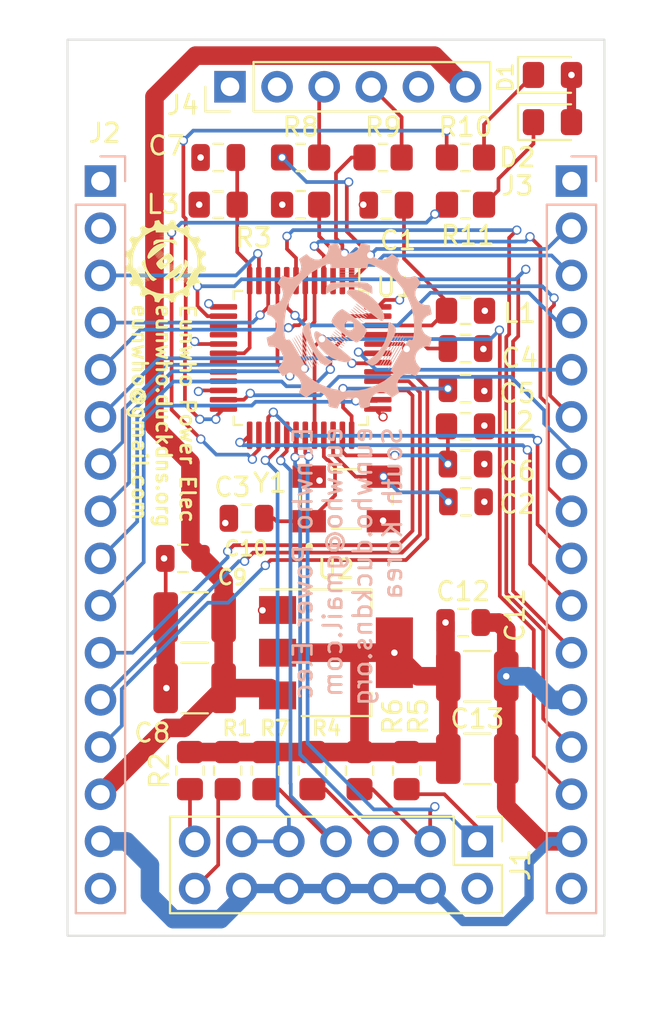
<source format=kicad_pcb>
(kicad_pcb (version 20221018) (generator pcbnew)
  (layers (0 "F.Cu" power) (1 "In1.Cu" signal "GND") (2 "In2.Cu" signal "3p3V") (31 "B.Cu" signal) (34 "B.Paste" user) (35 "F.Paste" user) (36 "B.SilkS" user "B.Silkscreen") (37 "F.SilkS" user "F.Silkscreen") (38 "B.Mask" user) (39 "F.Mask" user) (44 "Edge.Cuts" user))
  (net 0 "")
  (net 1 "GND")
  (net 2 "Net-(C1-Pad2)")
  (net 3 "Net-(U1-GPIO19_X1)")
  (net 4 "Net-(U1-GPIO18_X2)")
  (net 5 "Net-(C4-Pad2)")
  (net 6 "Net-(C5-Pad2)")
  (net 7 "Net-(C6-Pad2)")
  (net 8 "Net-(U1-VDDA)")
  (net 9 "+5V")
  (net 10 "+3.3V")
  (net 11 "Net-(D1-K)")
  (net 12 "Net-(D2-K)")
  (net 13 "TMS")
  (net 15 "TDI")
  (net 16 "Net-(J1-Pin_5)")
  (net 17 "TDO")
  (net 18 "TCK")
  (net 19 "Net-(J1-Pin_13)")
  (net 20 "Net-(J1-Pin_14)")
  (net 22 "I_Uphase")
  (net 23 "I_Vphase")
  (net 24 "VDC_sensor")
  (net 25 "PWM0_H")
  (net 26 "TEMPERATURE_IPM")
  (net 27 "ANALOG_CMD")
  (net 28 "PWM2_L")
  (net 29 "PWM2_H")
  (net 30 "PWM1_L")
  (net 31 "PWM1_H")
  (net 32 "PWM0_L")
  (net 34 "SCI_TXD")
  (net 35 "SCI_RXD")
  (net 36 "FAULT_IPM")
  (net 37 "PWM_B")
  (net 38 "PWM_A")
  (net 39 "EQEP1_INDEX")
  (net 40 "DIGITAL_CMD")
  (net 41 "RELAY_TRIP")
  (net 42 "RELAY_TRIP2")
  (net 43 "INPUT_AUX1")
  (net 44 "DIGITAL_CMD2")
  (net 45 "PILOT_LED")
  (net 48 "Net-(J4-Pin_3)")
  (net 49 "Net-(J4-Pin_4)")
  (net 50 "Net-(U1-XRSn)")
  (net 51 "Yellow")
  (net 52 "Red")
  (footprint "Connector_PinHeader_2.54mm:PinHeader_1x06_P2.54mm_Vertical" (layer "F.Cu") (at 84.455 81.28 90)
    (fp_text reference "J4")
    (fp_text value "Conn_01x06")
  )
  (footprint "Resistor_SMD:R_0805_2012Metric_Pad1.20x1.40mm_HandSolder" (layer "F.Cu") (at 91.44 118.11 90)
    (fp_text reference "R6")
    (fp_text value "10k")
  )
  (footprint "Inductor_SMD:L_0805_2012Metric_Pad1.15x1.40mm_HandSolder" (layer "F.Cu") (at 83.82 87.63)
    (fp_text reference "L3")
    (fp_text value "2A/45mohm/220ohm@100Mhz")
  )
  (footprint "Resistor_SMD:R_0805_2012Metric_Pad1.20x1.40mm_HandSolder" (layer "F.Cu") (at 84.328 118.11 -90)
    (fp_text reference "R1")
    (fp_text value "4.7k")
  )
  (footprint "Capacitor_SMD:C_0805_2012Metric" (layer "F.Cu") (at 97.155 101.6 180)
    (fp_text reference "C6")
    (fp_text value "2.2uF")
  )
  (footprint "Resistor_SMD:R_0805_2012Metric_Pad1.20x1.40mm_HandSolder" (layer "F.Cu") (at 86.36 118.11 90)
    (fp_text reference "R7")
    (fp_text value "10k")
  )
  (footprint "Capacitor_SMD:C_0805_2012Metric" (layer "F.Cu") (at 83.82 85.09)
    (fp_text reference "C7")
    (fp_text value "2.2uF")
  )
  (footprint "LED_SMD:LED_0805_2012Metric_Pad1.15x1.40mm_HandSolder" (layer "F.Cu") (at 101.845 83.185)
    (fp_text reference "D2")
    (fp_text value "LED")
  )
  (footprint "Resistor_SMD:R_0805_2012Metric_Pad1.20x1.40mm_HandSolder" (layer "F.Cu") (at 88.9 118.11 90)
    (fp_text reference "R4")
    (fp_text value "100")
  )
  (footprint "library:XTAL_ABM3B-20.000MHZ-B2-T" (layer "F.Cu") (at 90.7288 103.4796 90)
    (fp_text reference "Y1")
    (fp_text value "ABM3B-20.000MHZ-B2-T")
  )
  (footprint "Resistor_SMD:R_0805_2012Metric_Pad1.20x1.40mm_HandSolder" (layer "F.Cu") (at 82.296 118.11 90)
    (fp_text reference "R2")
    (fp_text value "4.7k")
  )
  (footprint "Capacitor_SMD:C_0805_2012Metric" (layer "F.Cu") (at 97.155 95.377 180)
    (fp_text reference "C4")
    (fp_text value "2.2uF")
  )
  (footprint "Capacitor_SMD:C_1210_3225Metric_Pad1.33x2.70mm_HandSolder" (layer "F.Cu") (at 97.79 113.03)
    (fp_text reference "C11")
    (fp_text value "22uF/10V")
  )
  (footprint "Capacitor_SMD:C_1210_3225Metric_Pad1.33x2.70mm_HandSolder" (layer "F.Cu") (at 82.55 109.855 180)
    (fp_text reference "C9")
    (fp_text value "22uF/10V")
  )
  (footprint "Capacitor_SMD:C_0805_2012Metric" (layer "F.Cu") (at 81.915 106.68)
    (fp_text reference "C10")
    (fp_text value "104")
  )
  (footprint "lib:pcbLogo5mm" (layer "F.Cu") (at 80.9498 90.678)
    (fp_text reference "G***" hide)
    (fp_text value "LOGO" hide)
  )
  (footprint "Resistor_SMD:R_0805_2012Metric_Pad1.20x1.40mm_HandSolder" (layer "F.Cu") (at 97.155 87.63)
    (fp_text reference "R11")
    (fp_text value "470")
  )
  (footprint "Capacitor_SMD:C_1210_3225Metric_Pad1.33x2.70mm_HandSolder" (layer "F.Cu") (at 82.55 113.665 180)
    (fp_text reference "C8")
    (fp_text value "22uF/10V")
  )
  (footprint "Capacitor_SMD:C_1210_3225Metric_Pad1.33x2.70mm_HandSolder" (layer "F.Cu") (at 97.79 117.475)
    (fp_text reference "C13")
    (fp_text value "22uF/10V")
  )
  (footprint "Resistor_SMD:R_0805_2012Metric_Pad1.20x1.40mm_HandSolder" (layer "F.Cu") (at 92.71 85.09)
    (fp_text reference "R9")
    (fp_text value "50")
  )
  (footprint "Inductor_SMD:L_0805_2012Metric_Pad1.15x1.40mm_HandSolder" (layer "F.Cu") (at 97.155 99.568 180)
    (fp_text reference "L2")
    (fp_text value "2A/45mohm/220ohm@100Mhz" hide)
  )
  (footprint "Capacitor_SMD:C_0805_2012Metric" (layer "F.Cu") (at 97.028 110.1344 180)
    (fp_text reference "C12")
    (fp_text value "104")
  )
  (footprint "Inductor_SMD:L_0805_2012Metric_Pad1.15x1.40mm_HandSolder" (layer "F.Cu") (at 97.155 93.345 180)
    (fp_text reference "L1")
    (fp_text value "2A/45mohm/220ohm@100Mhz" hide)
  )
  (footprint "Capacitor_SMD:C_0805_2012Metric" (layer "F.Cu") (at 92.8878 87.6554)
    (fp_text reference "C1")
    (fp_text value "2.2uF")
  )
  (footprint "Capacitor_SMD:C_0805_2012Metric" (layer "F.Cu") (at 85.344 104.521)
    (fp_text reference "C3")
    (fp_text value "15pF")
  )
  (footprint "Resistor_SMD:R_0805_2012Metric_Pad1.20x1.40mm_HandSolder" (layer "F.Cu") (at 93.98 118.11 90)
    (fp_text reference "R5")
    (fp_text value "4.7k")
  )
  (footprint "Package_TO_SOT_SMD:SOT-223-3_TabPin2" (layer "F.Cu") (at 90.17 111.76)
    (fp_text reference "U2")
    (fp_text value "LM1117MP-3.3")
  )
  (footprint "Package_QFP:LQFP-48_7x7mm_P0.5mm" (layer "F.Cu") (at 88.265 95.885 -90)
    (fp_text reference "U1")
    (fp_text value "F280021PTQR")
  )
  (footprint "Resistor_SMD:R_0805_2012Metric_Pad1.20x1.40mm_HandSolder" (layer "F.Cu") (at 88.265 87.63)
    (fp_text reference "R3")
    (fp_text value "10k")
  )
  (footprint "Resistor_SMD:R_0805_2012Metric_Pad1.20x1.40mm_HandSolder" (layer "F.Cu") (at 88.265 85.09)
    (fp_text reference "R8")
    (fp_text value "50")
  )
  (footprint "LED_SMD:LED_0805_2012Metric_Pad1.15x1.40mm_HandSolder" (layer "F.Cu") (at 101.845 80.645)
    (fp_text reference "D1")
    (fp_text value "LED")
  )
  (footprint "Capacitor_SMD:C_0805_2012Metric" (layer "F.Cu") (at 97.1804 103.632 180)
    (fp_text reference "C2")
    (fp_text value "15pF")
  )
  (footprint "Connector_PinHeader_2.54mm:PinHeader_2x07_P2.54mm_Vertical" (layer "F.Cu") (at 97.79 121.92 -90)
    (fp_text reference "J1")
    (fp_text value "Conn_02x07_Odd_Even")
  )
  (footprint "Resistor_SMD:R_0805_2012Metric_Pad1.20x1.40mm_HandSolder" (layer "F.Cu") (at 97.155 85.09)
    (fp_text reference "R10")
    (fp_text value "470")
  )
  (footprint "Capacitor_SMD:C_0805_2012Metric" (layer "F.Cu") (at 97.155 97.536 180)
    (fp_text reference "C5")
    (fp_text value "2.2uF")
  )
  (footprint "Connector_PinHeader_2.54mm:PinHeader_1x16_P2.54mm_Vertical" (layer "B.Cu") (at 102.87 86.36 180)
    (fp_text reference "J3")
    (fp_text value "Conn_01x19")
  )
  (footprint "lib:logo" (layer "B.Cu") (at 90.8812 94.1578 180)
    (fp_text reference "" hide)
    (fp_text value "" hide)
  )
  (footprint "Connector_PinHeader_2.54mm:PinHeader_1x16_P2.54mm_Vertical" (layer "B.Cu") (at 77.47 86.36 180)
    (fp_text reference "J2")
    (fp_text value "Conn_01x19")
  )
  (gr_rect (start 75.692 78.74) (end 104.648 127) (stroke (width 0.1)) (fill none) (layer "Edge.Cuts"))
  (gr_text "Eunwho Power Elec\neunwho@gmail.com\neunwho.duckdns.org\nSouth Korea" (at 93.8022 99.5172 90) (layer "B.SilkS") (effects (font (size 1 1)) (justify left bottom mirror)))
  (gr_text "Eunwho Power Elec\neunwho.duckdns.org\neunwho@gmail.com" (at 79.121 92.9132 270) (layer "F.SilkS") (effects (font (size 0.8 0.8)) (justify left bottom)))
  (segment (start 80.965 106.68) (end 80.899 106.68) (width 0.2) (layer "F.Cu") (net 1))
  (segment (start 89.0716 102.2796) (end 89.281 102.489) (width 0.2) (layer "F.Cu") (net 1))
  (segment (start 91.633 87.63) (end 91.6432 87.63) (width 0.2) (layer "F.Cu") (net 1))
  (segment (start 99.3525 117.475) (end 99.3525 120.0535) (width 1) (layer "F.Cu") (net 1))
  (segment (start 98.1304 103.632) (end 98.171 103.632) (width 0.2) (layer "F.Cu") (net 1))
  (segment (start 92.4275 95.135) (end 93.7634 95.135) (width 0.2) (layer "F.Cu") (net 1))
  (segment (start 98.105 95.3872) (end 98.1202 95.4024) (width 0.2) (layer "F.Cu") (net 1))
  (segment (start 80.9875 113.665) (end 81.026 113.665) (width 0.5) (layer "F.Cu") (net 1))
  (segment (start 82.689 95.135) (end 82.55 94.996) (width 0.2) (layer "F.Cu") (net 1))
  (segment (start 80.9875 106.7685) (end 80.9875 109.855) (width 0.2) (layer "F.Cu") (net 1))
  (segment (start 99.3525 110.5285) (end 98.9584 110.1344) (width 1) (layer "F.Cu") (net 1))
  (segment (start 83.483 93.135) (end 84.1025 93.135) (width 0.2) (layer "F.Cu") (net 1))
  (segment (start 80.9875 109.855) (end 80.9875 113.6265) (width 1) (layer "F.Cu") (net 1))
  (segment (start 92.4275 98.7775) (end 92.71 99.06) (width 0.2) (layer "F.Cu") (net 1))
  (segment (start 99.3525 113.03) (end 99.3525 110.5285) (width 1) (layer "F.Cu") (net 1))
  (segment (start 92.7288 104.6668) (end 92.71 104.648) (width 0.2) (layer "F.Cu") (net 1))
  (segment (start 98.105 97.536) (end 98.105 97.597) (width 0.2) (layer "F.Cu") (net 1))
  (segment (start 98.105 97.597) (end 98.171 97.663) (width 0.2) (layer "F.Cu") (net 1))
  (segment (start 93.7634 95.135) (end 93.9546 95.3262) (width 0.2) (layer "F.Cu") (net 1))
  (segment (start 101.219 121.92) (end 102.87 121.92) (width 1) (layer "F.Cu") (net 1))
  (segment (start 83.312 92.964) (end 83.483 93.135) (width 0.2) (layer "F.Cu") (net 1))
  (segment (start 92.7288 104.6796) (end 92.7288 104.6668) (width 0.2) (layer "F.Cu") (net 1))
  (segment (start 80.9875 113.6265) (end 81.026 113.665) (width 1) (layer "F.Cu") (net 1))
  (segment (start 92.4275 98.635) (end 92.4275 98.7775) (width 0.2) (layer "F.Cu") (net 1))
  (segment (start 98.105 95.377) (end 98.105 95.3872) (width 0.2) (layer "F.Cu") (net 1))
  (segment (start 84.14 104.775) (end 84.201 104.775) (width 0.2) (layer "F.Cu") (net 1))
  (segment (start 84.1025 95.135) (end 82.689 95.135) (width 0.2) (layer "F.Cu") (net 1))
  (segment (start 88.7288 102.2796) (end 89.0716 102.2796) (width 0.2) (layer "F.Cu") (net 1))
  (segment (start 82.7532 97.6884) (end 82.8066 97.635) (width 0.2) (layer "F.Cu") (net 1))
  (segment (start 82.8066 97.635) (end 84.1025 97.635) (width 0.2) (layer "F.Cu") (net 1))
  (segment (start 98.9584 110.1344) (end 97.978 110.1344) (width 1) (layer "F.Cu") (net 1))
  (segment (start 98.105 101.6) (end 98.171 101.6) (width 0.2) (layer "F.Cu") (net 1))
  (segment (start 99.3525 113.03) (end 99.3525 117.475) (width 1) (layer "F.Cu") (net 1))
  (segment (start 80.899 106.68) (end 80.9875 106.7685) (width 0.2) (layer "F.Cu") (net 1))
  (segment (start 99.3525 120.0535) (end 101.219 121.92) (width 1) (layer "F.Cu") (net 1))
  (via blind (at 98.1202 95.4024) (size 0.5) (drill 0.35) (layers "F.Cu" "In1.Cu") (net 1))
  (via blind (at 89.281 102.489) (size 0.5) (drill 0.35) (layers "F.Cu" "In1.Cu") (net 1))
  (via blind (at 80.899 106.68) (size 0.5) (drill 0.35) (layers "F.Cu" "In1.Cu") (net 1))
  (via blind (at 93.98 95.4024) (size 0.5) (drill 0.35) (layers "F.Cu" "In1.Cu") (net 1))
  (via blind (at 82.7532 97.6884) (size 0.5) (drill 0.35) (layers "F.Cu" "B.Cu") (net 1))
  (via (at 99.3525 113.03) (size 0.5) (drill 0.35) (layers "F.Cu" "B.Cu") (net 1))
  (via blind (at 91.6432 87.63) (size 0.5) (drill 0.35) (layers "F.Cu" "In1.Cu") (net 1))
  (via blind (at 98.171 101.6) (size 0.5) (drill 0.35) (layers "F.Cu" "In1.Cu") (net 1))
  (via blind (at 86.2076 109.474) (size 0.5) (drill 0.35) (layers "F.Cu" "In1.Cu") (net 1))
  (via blind (at 92.71 104.648) (size 0.5) (drill 0.35) (layers "F.Cu" "In1.Cu") (net 1))
  (via blind (at 82.87 85.09) (size 0.5) (drill 0.35) (layers "F.Cu" "In1.Cu") (net 1))
  (via blind (at 83.312 92.964) (size 0.5) (drill 0.35) (layers "F.Cu" "B.Cu") (net 1))
  (via blind (at 82.55 94.996) (size 0.5) (drill 0.35) (layers "F.Cu" "B.Cu") (net 1))
  (via blind (at 84.201 104.775) (size 0.5) (drill 0.35) (layers "F.Cu" "In1.Cu") (net 1))
  (via blind (at 98.171 103.632) (size 0.5) (drill 0.35) (layers "F.Cu" "In1.Cu") (net 1))
  (via blind (at 92.71 99.06) (size 0.5) (drill 0.35) (layers "F.Cu" "In1.Cu") (net 1))
  (via blind (at 98.171 97.663) (size 0.5) (drill 0.35) (layers "F.Cu" "In1.Cu") (net 1))
  (via blind (at 81.026 113.665) (size 0.5) (drill 0.35) (layers "F.Cu" "In1.Cu") (net 1))
  (segment (start 101.727 121.92) (end 102.87 121.92) (width 0.5) (layer "B.Cu") (net 1))
  (segment (start 99.314 126.238) (end 100.584 124.968) (width 0.5) (layer "B.Cu") (net 1))
  (segment (start 85.09 124.968) (end 85.09 124.46) (width 1) (layer "B.Cu") (net 1))
  (segment (start 77.47 121.92) (end 78.867 121.92) (width 1) (layer "B.Cu") (net 1))
  (segment (start 100.5332 113.03) (end 101.8032 114.3) (width 1) (layer "B.Cu") (net 1))
  (segment (start 85.09 124.46) (end 95.25 124.46) (width 0.5) (layer "B.Cu") (net 1))
  (segment (start 80.137 124.841) (end 81.407 126.111) (width 1) (layer "B.Cu") (net 1))
  (segment (start 100.584 124.968) (end 100.584 123.063) (width 0.5) (layer "B.Cu") (net 1))
  (segment (start 99.3525 113.03) (end 100.5332 113.03) (width 1) (layer "B.Cu") (net 1))
  (segment (start 97.028 126.238) (end 99.314 126.238) (width 0.5) (layer "B.Cu") (net 1))
  (segment (start 95.25 124.46) (end 97.028 126.238) (width 0.5) (layer "B.Cu") (net 1))
  (segment (start 83.947 126.111) (end 85.09 124.968) (width 1) (layer "B.Cu") (net 1))
  (segment (start 78.867 121.92) (end 80.137 123.19) (width 1) (layer "B.Cu") (net 1))
  (segment (start 101.8032 114.3) (end 102.87 114.3) (width 1) (layer "B.Cu") (net 1))
  (segment (start 81.407 126.111) (end 83.947 126.111) (width 1) (layer "B.Cu") (net 1))
  (segment (start 80.137 123.19) (end 80.137 124.841) (width 1) (layer "B.Cu") (net 1))
  (segment (start 100.584 123.063) (end 101.727 121.92) (width 0.5) (layer "B.Cu") (net 1))
  (segment (start 96.13 93.345) (end 96.13 92.828) (width 0.2) (layer "F.Cu") (net 2))
  (segment (start 93.8378 90.5358) (end 93.8378 87.6554) (width 0.2) (layer "F.Cu") (net 2))
  (segment (start 95.34 94.135) (end 96.13 93.345) (width 0.2) (layer "F.Cu") (net 2))
  (segment (start 92.4275 94.135) (end 95.34 94.135) (width 0.2) (layer "F.Cu") (net 2))
  (segment (start 96.13 92.828) (end 93.8378 90.5358) (width 0.2) (layer "F.Cu") (net 2))
  (segment (start 90.015 100.0475) (end 90.015 101.064) (width 0.2) (layer "F.Cu") (net 3))
  (segment (start 91.2306 102.2796) (end 92.7288 102.2796) (width 0.2) (layer "F.Cu") (net 3))
  (segment (start 90.015 101.064) (end 91.2306 102.2796) (width 0.2) (layer "F.Cu") (net 3))
  (via (at 96.2304 103.632) (size 0.5) (drill 0.35) (layers "F.Cu" "B.Cu") (net 3))
  (via (at 92.7288 102.2796) (size 0.5) (drill 0.35) (layers "F.Cu" "B.Cu") (net 3))
  (segment (start 93.5732 103.124) (end 95.7224 103.124) (width 0.2) (layer "B.Cu") (net 3))
  (segment (start 95.7224 103.124) (end 96.2304 103.632) (width 0.2) (layer "B.Cu") (net 3))
  (segment (start 92.7288 102.2796) (end 93.5732 103.124) (width 0.2) (layer "B.Cu") (net 3))
  (segment (start 89.515 100.0475) (end 89.515 101.199) (width 0.2) (layer "F.Cu") (net 4))
  (segment (start 86.9634 104.6796) (end 86.8048 104.521) (width 0.2) (layer "F.Cu") (net 4))
  (segment (start 89.515 101.199) (end 89.6956 101.3796) (width 0.2) (layer "F.Cu") (net 4))
  (segment (start 90.1192 103.2892) (end 88.7288 104.6796) (width 0.2) (layer "F.Cu") (net 4))
  (segment (start 90.1192 101.745736) (end 90.1192 103.2892) (width 0.2) (layer "F.Cu") (net 4))
  (segment (start 89.6956 101.3796) (end 89.753064 101.3796) (width 0.2) (layer "F.Cu") (net 4))
  (segment (start 89.753064 101.3796) (end 90.1192 101.745736) (width 0.2) (layer "F.Cu") (net 4))
  (segment (start 86.8048 104.521) (end 86.294 104.521) (width 0.2) (layer "F.Cu") (net 4))
  (segment (start 86.9634 104.6796) (end 88.7288 104.6796) (width 0.2) (layer "F.Cu") (net 4))
  (segment (start 94.381 94.635) (end 95.123 95.377) (width 0.2) (layer "F.Cu") (net 5))
  (segment (start 95.123 95.377) (end 96.205 95.377) (width 0.2) (layer "F.Cu") (net 5))
  (segment (start 92.4275 94.635) (end 94.381 94.635) (width 0.2) (layer "F.Cu") (net 5))
  (segment (start 90.551 98.552) (end 90.551 97.536) (width 0.2) (layer "F.Cu") (net 6))
  (segment (start 91.015 99.016) (end 90.678 98.679) (width 0.2) (layer "F.Cu") (net 6))
  (segment (start 90.678 98.679) (end 90.551 98.552) (width 0.2) (layer "F.Cu") (net 6))
  (segment (start 91.015 100.0475) (end 91.015 99.016) (width 0.2) (layer "F.Cu") (net 6))
  (via (at 90.551 97.536) (size 0.5) (drill 0.35) (layers "F.Cu" "B.Cu") (net 6))
  (via (at 96.205 97.536) (size 0.5) (drill 0.35) (layers "F.Cu" "B.Cu") (net 6))
  (segment (start 90.551 97.536) (end 96.205 97.536) (width 0.2) (layer "B.Cu") (net 6))
  (segment (start 96.205 101.6) (end 96.205 99.643) (width 0.2) (layer "F.Cu") (net 7))
  (segment (start 90.515 100.0475) (end 90.515 100.929) (width 0.2) (layer "F.Cu") (net 7))
  (segment (start 96.205 99.643) (end 96.13 99.568) (width 0.2) (layer "F.Cu") (net 7))
  (segment (start 90.515 100.929) (end 90.7195 101.1335) (width 0.2) (layer "F.Cu") (net 7))
  (segment (start 90.7195 101.1335) (end 93.345 101.1335) (width 0.2) (layer "F.Cu") (net 7))
  (via (at 96.205 101.6) (size 0.5) (drill 0.35) (layers "F.Cu" "B.Cu") (net 7))
  (via (at 93.345 101.1335) (size 0.5) (drill 0.35) (layers "F.Cu" "B.Cu") (net 7))
  (segment (start 95.7385 101.1335) (end 96.205 101.6) (width 0.2) (layer "B.Cu") (net 7))
  (segment (start 93.345 101.1335) (end 95.7385 101.1335) (width 0.2) (layer "B.Cu") (net 7))
  (segment (start 85.515 95.333) (end 85.515 91.7225) (width 0.2) (layer "F.Cu") (net 8))
  (segment (start 85.213 95.635) (end 85.515 95.333) (width 0.2) (layer "F.Cu") (net 8))
  (segment (start 84.845 85.165) (end 84.77 85.09) (width 0.2) (layer "F.Cu") (net 8))
  (segment (start 84.845 87.63) (end 84.845 85.165) (width 0.2) (layer "F.Cu") (net 8))
  (segment (start 85.515 90.849) (end 84.845 90.179) (width 0.2) (layer "F.Cu") (net 8))
  (segment (start 84.1025 95.635) (end 85.213 95.635) (width 0.2) (layer "F.Cu") (net 8))
  (segment (start 85.515 91.7225) (end 85.515 90.849) (width 0.2) (layer "F.Cu") (net 8))
  (segment (start 84.845 90.179) (end 84.845 87.63) (width 0.2) (layer "F.Cu") (net 8))
  (segment (start 82.865 106.68) (end 82.931 106.68) (width 0.2) (layer "F.Cu") (net 9))
  (segment (start 82.6008 79.6036) (end 95.4786 79.6036) (width 1) (layer "F.Cu") (net 9))
  (segment (start 95.4786 79.6036) (end 97.155 81.28) (width 1) (layer "F.Cu") (net 9))
  (segment (start 80.3804 99.5828) (end 80.3804 81.824) (width 1) (layer "F.Cu") (net 9))
  (segment (start 82.3214 101.5238) (end 80.3804 99.5828) (width 1) (layer "F.Cu") (net 9))
  (segment (start 84.1125 107.9275) (end 83.4568 107.2718) (width 1) (layer "F.Cu") (net 9))
  (segment (start 84.1125 109.855) (end 84.1125 113.665) (width 1) (layer "F.Cu") (net 9))
  (segment (start 81.9675 115.81) (end 84.1125 113.665) (width 1) (layer "F.Cu") (net 9))
  (segment (start 81.04 115.81) (end 81.9675 115.81) (width 1) (layer "F.Cu") (net 9))
  (segment (start 84.1125 109.855) (end 84.1125 107.9275) (width 1) (layer "F.Cu") (net 9))
  (segment (start 82.3214 106.038606) (end 82.3214 101.5238) (width 1) (layer "F.Cu") (net 9))
  (segment (start 83.4568 107.2718) (end 82.865 106.68) (width 1) (layer "F.Cu") (net 9))
  (segment (start 80.3804 81.824) (end 82.6008 79.6036) (width 1) (layer "F.Cu") (net 9))
  (segment (start 83.4568 107.2718) (end 83.4568 107.174006) (width 1) (layer "F.Cu") (net 9))
  (segment (start 77.47 119.38) (end 81.04 115.81) (width 1) (layer "F.Cu") (net 9))
  (segment (start 83.4568 107.174006) (end 82.3214 106.038606) (width 1) (layer "F.Cu") (net 9))
  (segment (start 86.625 113.665) (end 87.02 114.06) (width 1) (layer "F.Cu") (net 9))
  (segment (start 84.1125 113.665) (end 86.625 113.665) (width 1) (layer "F.Cu") (net 9))
  (segment (start 98.18 93.345) (end 98.1964 93.345) (width 0.2) (layer "F.Cu") (net 10))
  (segment (start 98.18 99.568) (end 98.18 99.5355) (width 0.2) (layer "F.Cu") (net 10))
  (segment (start 96.078 112.8805) (end 96.2275 113.03) (width 1) (layer "F.Cu") (net 10))
  (segment (start 86.36 117.11) (end 91.44 117.11) (width 1) (layer "F.Cu") (net 10))
  (segment (start 94.59 113.03) (end 96.2275 113.03) (width 1) (layer "F.Cu") (net 10))
  (segment (start 95.8625 117.11) (end 96.2275 117.475) (width 1) (layer "F.Cu") (net 10))
  (segment (start 91.44 117.11) (end 91.44 111.76) (width 1) (layer "F.Cu") (net 10))
  (segment (start 82.8294 87.63) (end 82.795 87.63) (width 0.2) (layer "F.Cu") (net 10))
  (segment (start 87.265 87.63) (end 87.2744 87.63) (width 0.2) (layer "F.Cu") (net 10))
  (segment (start 98.18 99.5355) (end 98.171 99.5265) (width 0.2) (layer "F.Cu") (net 10))
  (segment (start 102.87 83.185) (end 102.87 80.645) (width 0.5) (layer "F.Cu") (net 10))
  (segment (start 93.98 117.11) (end 95.8625 117.11) (width 1) (layer "F.Cu") (net 10))
  (segment (start 82.296 117.11) (end 86.36 117.11) (width 1) (layer "F.Cu") (net 10))
  (segment (start 96.078 110.1344) (end 96.078 112.8805) (width 1) (layer "F.Cu") (net 10))
  (segment (start 91.44 117.11) (end 93.98 117.11) (width 1) (layer "F.Cu") (net 10))
  (segment (start 93.32 111.76) (end 94.59 113.03) (width 1) (layer "F.Cu") (net 10))
  (segment (start 96.2275 117.475) (end 96.2275 113.03) (width 1) (layer "F.Cu") (net 10))
  (segment (start 93.32 111.76) (end 91.44 111.76) (width 1) (layer "F.Cu") (net 10))
  (segment (start 91.44 111.76) (end 87.02 111.76) (width 1) (layer "F.Cu") (net 10))
  (via blind (at 82.795 87.63) (size 0.5) (drill 0.35) (layers "F.Cu" "In2.Cu") (net 10))
  (via blind (at 96.078 110.1344) (size 0.5) (drill 0.35) (layers "F.Cu" "In2.Cu") (net 10))
  (via blind (at 93.32 111.76) (size 0.5) (drill 0.35) (layers "F.Cu" "In2.Cu") (net 10))
  (via blind (at 87.2744 87.63) (size 0.5) (drill 0.35) (layers "F.Cu" "In2.Cu") (net 10))
  (via blind (at 98.171 99.5265) (size 0.5) (drill 0.35) (layers "F.Cu" "In2.Cu") (net 10))
  (via blind (at 102.87 80.645) (size 0.5) (drill 0.35) (layers "F.Cu" "In2.Cu") (net 10))
  (via blind (at 98.1964 93.345) (size 0.5) (drill 0.35) (layers "F.Cu" "In2.Cu") (net 10))
  (segment (start 98.155 83.31) (end 100.82 80.645) (width 0.2) (layer "F.Cu") (net 11))
  (segment (start 98.155 85.09) (end 98.155 83.31) (width 0.2) (layer "F.Cu") (net 11))
  (segment (start 100.82 84.346) (end 100.82 83.185) (width 0.2) (layer "F.Cu") (net 12))
  (segment (start 98.933 86.852) (end 98.933 86.233) (width 0.2) (layer "F.Cu") (net 12))
  (segment (start 98.933 86.233) (end 100.82 84.346) (width 0.2) (layer "F.Cu") (net 12))
  (segment (start 98.155 87.63) (end 98.933 86.852) (width 0.2) (layer "F.Cu") (net 12))
  (segment (start 96.012 119.38) (end 97.79 121.158) (width 0.2) (layer "F.Cu") (net 13))
  (segment (start 94.25 119.38) (end 96.012 119.38) (width 0.2) (layer "F.Cu") (net 13))
  (segment (start 88.015 100.0475) (end 88.015 101.180021) (width 0.2) (layer "F.Cu") (net 13))
  (segment (start 93.98 119.11) (end 94.25 119.38) (width 0.2) (layer "F.Cu") (net 13))
  (segment (start 97.79 121.158) (end 97.79 121.92) (width 0.2) (layer "F.Cu") (net 13))
  (segment (start 88.015 101.180021) (end 87.964921 101.2301) (width 0.2) (layer "F.Cu") (net 13))
  (via (at 87.964921 101.2301) (size 0.5) (drill 0.35) (layers "F.Cu" "B.Cu") (net 13))
  (segment (start 88.2396 101.897914) (end 88.2396 117.2464) (width 0.2) (layer "B.Cu") (net 13))
  (segment (start 96.3676 120.6246) (end 97.663 121.92) (width 0.2) (layer "B.Cu") (net 13))
  (segment (start 88.2396 117.2464) (end 91.5924 120.5992) (width 0.2) (layer "B.Cu") (net 13))
  (segment (start 87.964921 101.2301) (end 87.964921 101.623235) (width 0.2) (layer "B.Cu") (net 13))
  (segment (start 97.663 121.92) (end 97.79 121.92) (width 0.2) (layer "B.Cu") (net 13))
  (segment (start 96.3676 120.5992) (end 96.3676 120.6246) (width 0.2) (layer "B.Cu") (net 13))
  (segment (start 87.964921 101.623235) (end 88.2396 101.897914) (width 0.2) (layer "B.Cu") (net 13))
  (segment (start 91.5924 120.5992) (end 96.3676 120.5992) (width 0.2) (layer "B.Cu") (net 13))
  (segment (start 94.95 121.92) (end 95.25 121.92) (width 0.2) (layer "F.Cu") (net 15))
  (segment (start 88.515 101.0118) (end 88.6968 101.1936) (width 0.2) (layer "F.Cu") (net 15))
  (segment (start 92.14 119.11) (end 94.95 121.92) (width 0.2) (layer "F.Cu") (net 15))
  (segment (start 95.504 120.0497) (end 95.25 120.3037) (width 0.2) (layer "F.Cu") (net 15))
  (segment (start 91.44 119.11) (end 92.14 119.11) (width 0.2) (layer "F.Cu") (net 15))
  (segment (start 95.25 120.3037) (end 95.25 121.92) (width 0.2) (layer "F.Cu") (net 15))
  (segment (start 88.515 100.0475) (end 88.515 101.0118) (width 0.2) (layer "F.Cu") (net 15))
  (via (at 95.504 120.0497) (size 0.5) (drill 0.35) (layers "F.Cu" "B.Cu") (net 15))
  (via (at 88.6968 101.1936) (size 0.5) (drill 0.35) (layers "F.Cu" "B.Cu") (net 15))
  (segment (start 92.2084 120.1992) (end 88.6396 116.6304) (width 0.2) (layer "B.Cu") (net 15))
  (segment (start 95.3545 120.1992) (end 92.2084 120.1992) (width 0.2) (layer "B.Cu") (net 15))
  (segment (start 88.6396 101.2508) (end 88.6968 101.1936) (width 0.2) (layer "B.Cu") (net 15))
  (segment (start 95.504 120.0497) (end 95.3545 120.1992) (width 0.2) (layer "B.Cu") (net 15))
  (segment (start 88.6396 116.6304) (end 88.6396 101.2508) (width 0.2) (layer "B.Cu") (net 15))
  (segment (start 89.6 119.11) (end 92.41 121.92) (width 0.2) (layer "F.Cu") (net 16))
  (segment (start 92.41 121.92) (end 92.71 121.92) (width 0.2) (layer "F.Cu") (net 16))
  (segment (start 88.9 119.11) (end 89.6 119.11) (width 0.2) (layer "F.Cu") (net 16))
  (segment (start 87.515 100.910382) (end 87.515 100.0475) (width 0.2) (layer "F.Cu") (net 17))
  (segment (start 87.106 119.11) (end 89.916 121.92) (width 0.2) (layer "F.Cu") (net 17))
  (segment (start 87.191721 101.415721) (end 87.191721 101.233661) (width 0.2) (layer "F.Cu") (net 17))
  (segment (start 86.36 119.11) (end 87.106 119.11) (width 0.2) (layer "F.Cu") (net 17))
  (segment (start 87.191721 101.233661) (end 87.515 100.910382) (width 0.2) (layer "F.Cu") (net 17))
  (segment (start 89.916 121.92) (end 90.17 121.92) (width 0.2) (layer "F.Cu") (net 17))
  (via (at 87.191721 101.415721) (size 0.5) (drill 0.35) (layers "F.Cu" "B.Cu") (net 17))
  (segment (start 87.717486 118.807086) (end 87.7316 118.8212) (width 0.2) (layer "B.Cu") (net 17))
  (segment (start 87.7316 119.4816) (end 90.17 121.92) (width 0.2) (layer "B.Cu") (net 17))
  (segment (start 87.191721 101.415721) (end 87.717486 101.941486) (width 0.2) (layer "B.Cu") (net 17))
  (segment (start 87.717486 101.941486) (end 87.717486 118.807086) (width 0.2) (layer "B.Cu") (net 17))
  (segment (start 87.7316 118.8212) (end 87.7316 119.4816) (width 0.2) (layer "B.Cu") (net 17))
  (segment (start 86.43353 101.3968) (end 87.015 100.81533) (width 0.2) (layer "F.Cu") (net 18))
  (segment (start 87.015 100.81533) (end 87.015 100.0475) (width 0.2) (layer "F.Cu") (net 18))
  (segment (start 86.36 101.3968) (end 86.43353 101.3968) (width 0.2) (layer "F.Cu") (net 18))
  (via (at 86.36 101.3968) (size 0.5) (drill 0.35) (layers "F.Cu" "B.Cu") (net 18))
  (segment (start 87.0204 119.9896) (end 87.63 120.5992) (width 0.2) (layer "B.Cu") (net 18))
  (segment (start 87.0204 102.0572) (end 87.0204 119.9896) (width 0.2) (layer "B.Cu") (net 18))
  (segment (start 87.63 120.5992) (end 87.63 121.92) (width 0.2) (layer "B.Cu") (net 18))
  (segment (start 85.09 121.92) (end 87.63 121.92) (width 0.2) (layer "B.Cu") (net 18))
  (segment (start 86.36 101.3968) (end 87.0204 102.0572) (width 0.2) (layer "B.Cu") (net 18))
  (segment (start 82.296 121.666) (end 82.55 121.92) (width 0.2) (layer "F.Cu") (net 19))
  (segment (start 82.296 119.11) (end 82.296 121.666) (width 0.2) (layer "F.Cu") (net 19))
  (segment (start 82.55 124.46) (end 83.82 123.19) (width 0.2) (layer "F.Cu") (net 20))
  (segment (start 83.82 123.19) (end 83.82 119.618) (width 0.2) (layer "F.Cu") (net 20))
  (segment (start 83.82 119.618) (end 84.328 119.11) (width 0.2) (layer "F.Cu") (net 20))
  (segment (start 86.015 90.333) (end 86.015 91.7225) (width 0.2) (layer "F.Cu") (net 22))
  (segment (start 85.9536 90.2716) (end 86.015 90.333) (width 0.2) (layer "F.Cu") (net 22))
  (via (at 85.9536 90.2716) (size 0.5) (drill 0.35) (layers "F.Cu" "B.Cu") (net 22))
  (segment (start 84.7852 91.44) (end 85.9536 90.2716) (width 0.2) (layer "B.Cu") (net 22))
  (segment (start 77.47 91.44) (end 84.7852 91.44) (width 0.2) (layer "B.Cu") (net 22))
  (segment (start 86.0806 93.5736) (end 86.515 93.1392) (width 0.2) (layer "F.Cu") (net 23))
  (segment (start 86.515 93.1392) (end 86.515 91.7225) (width 0.2) (layer "F.Cu") (net 23))
  (via (at 86.0806 93.5736) (size 0.5) (drill 0.35) (layers "F.Cu" "B.Cu") (net 23))
  (segment (start 85.6742 93.98) (end 77.47 93.98) (width 0.2) (layer "B.Cu") (net 23))
  (segment (start 86.0806 93.5736) (end 85.6742 93.98) (width 0.2) (layer "B.Cu") (net 23))
  (segment (start 87.9178 94.124) (end 88.177663 94.124) (width 0.2) (layer "F.Cu") (net 24))
  (segment (start 87.6046 94.2594) (end 87.7824 94.2594) (width 0.2) (layer "F.Cu") (net 24))
  (segment (start 87.7824 94.2594) (end 87.9178 94.124) (width 0.2) (layer "F.Cu") (net 24))
  (segment (start 88.177663 94.124) (end 88.515 93.786663) (width 0.2) (layer "F.Cu") (net 24))
  (segment (start 88.515 93.786663) (end 88.515 91.7225) (width 0.2) (layer "F.Cu") (net 24))
  (via (at 87.6046 94.2594) (size 0.5) (drill 0.35) (layers "F.Cu" "B.Cu") (net 24))
  (segment (start 79.629 94.361) (end 77.47 96.52) (width 0.2) (layer "B.Cu") (net 24))
  (segment (start 87.6046 94.2594) (end 87.503 94.361) (width 0.2) (layer "B.Cu") (net 24))
  (segment (start 87.503 94.361) (end 79.629 94.361) (width 0.2) (layer "B.Cu") (net 24))
  (segment (start 91.028985 96.172287) (end 92.390213 96.172287) (width 0.2) (layer "F.Cu") (net 25))
  (segment (start 92.390213 96.172287) (end 92.4275 96.135) (width 0.2) (layer "F.Cu") (net 25))
  (via (at 91.028985 96.172287) (size 0.5) (drill 0.35) (layers "F.Cu" "B.Cu") (net 25))
  (segment (start 80.6252 95.9048) (end 90.761498 95.9048) (width 0.2) (layer "B.Cu") (net 25))
  (segment (start 90.761498 95.9048) (end 91.028985 96.172287) (width 0.2) (layer "B.Cu") (net 25))
  (segment (start 77.47 99.06) (end 80.6252 95.9048) (width 0.2) (layer "B.Cu") (net 25))
  (segment (start 88.4682 96.4438) (end 88.4682 94.488) (width 0.2) (layer "F.Cu") (net 26))
  (segment (start 88.4682 94.488) (end 89.015 93.9412) (width 0.2) (layer "F.Cu") (net 26))
  (segment (start 89.015 93.9412) (end 89.015 91.7225) (width 0.2) (layer "F.Cu") (net 26))
  (via (at 88.4682 96.4438) (size 0.5) (drill 0.35) (layers "F.Cu" "B.Cu") (net 26))
  (segment (start 88.2792 96.2548) (end 81.1134 96.2548) (width 0.2) (layer "B.Cu") (net 26))
  (segment (start 88.4682 96.4438) (end 88.2792 96.2548) (width 0.2) (layer "B.Cu") (net 26))
  (segment (start 81.1134 96.2548) (end 78.6638 98.7044) (width 0.2) (layer "B.Cu") (net 26))
  (segment (start 78.6638 98.7044) (end 78.6638 100.4062) (width 0.2) (layer "B.Cu") (net 26))
  (segment (start 78.6638 100.4062) (end 77.47 101.6) (width 0.2) (layer "B.Cu") (net 26))
  (segment (start 87.015 96.1844) (end 87.015 91.7225) (width 0.2) (layer "F.Cu") (net 27))
  (segment (start 87.6808 96.8502) (end 87.015 96.1844) (width 0.2) (layer "F.Cu") (net 27))
  (via (at 87.6808 96.8502) (size 0.5) (drill 0.35) (layers "F.Cu" "B.Cu") (net 27))
  (segment (start 79.0138 98.9386) (end 79.0138 102.5962) (width 0.2) (layer "B.Cu") (net 27))
  (segment (start 87.6808 96.8502) (end 87.4354 96.6048) (width 0.2) (layer "B.Cu") (net 27))
  (segment (start 81.3476 96.6048) (end 79.0138 98.9386) (width 0.2) (layer "B.Cu") (net 27))
  (segment (start 87.4354 96.6048) (end 81.3476 96.6048) (width 0.2) (layer "B.Cu") (net 27))
  (segment (start 79.0138 102.5962) (end 77.47 104.14) (width 0.2) (layer "B.Cu") (net 27))
  (segment (start 89.8652 95.5548) (end 90.5764 94.8436) (width 0.2) (layer "F.Cu") (net 28))
  (segment (start 90.5764 94.8436) (end 90.5764 93.98) (width 0.2) (layer "F.Cu") (net 28))
  (segment (start 89.8652 96.4946) (end 89.8652 95.5548) (width 0.2) (layer "F.Cu") (net 28))
  (segment (start 90.5764 93.98) (end 90.9214 93.635) (width 0.2) (layer "F.Cu") (net 28))
  (segment (start 90.9214 93.635) (end 92.4275 93.635) (width 0.2) (layer "F.Cu") (net 28))
  (via (at 89.8652 96.4946) (size 0.5) (drill 0.35) (layers "F.Cu" "B.Cu") (net 28))
  (segment (start 79.4512 99.1108) (end 81.407 97.155) (width 0.2) (layer "B.Cu") (net 28))
  (segment (start 81.407 97.155) (end 87.243137 97.155) (width 0.2) (layer "B.Cu") (net 28))
  (segment (start 79.4512 104.6988) (end 79.4512 99.1108) (width 0.2) (layer "B.Cu") (net 28))
  (segment (start 77.47 106.68) (end 79.4512 104.6988) (width 0.2) (layer "B.Cu") (net 28))
  (segment (start 87.497137 97.409) (end 88.9508 97.409) (width 0.2) (layer "B.Cu") (net 28))
  (segment (start 87.243137 97.155) (end 87.497137 97.409) (width 0.2) (layer "B.Cu") (net 28))
  (segment (start 88.9508 97.409) (end 89.8652 96.4946) (width 0.2) (layer "B.Cu") (net 28))
  (segment (start 91.2368 98.1964) (end 92.3661 98.1964) (width 0.2) (layer "F.Cu") (net 29))
  (segment (start 92.3661 98.1964) (end 92.4275 98.135) (width 0.2) (layer "F.Cu") (net 29))
  (via (at 91.2368 98.1964) (size 0.5) (drill 0.35) (layers "F.Cu" "B.Cu") (net 29))
  (segment (start 79.8012 106.8888) (end 79.8012 99.255774) (width 0.2) (layer "B.Cu") (net 29))
  (segment (start 77.47 109.22) (end 79.8012 106.8888) (width 0.2) (layer "B.Cu") (net 29))
  (segment (start 80.606574 98.4504) (end 85.629263 98.4504) (width 0.2) (layer "B.Cu") (net 29))
  (segment (start 91.1888 98.2444) (end 91.2368 98.1964) (width 0.2) (layer "B.Cu") (net 29))
  (segment (start 85.629263 98.4504) (end 85.835263 98.2444) (width 0.2) (layer "B.Cu") (net 29))
  (segment (start 85.835263 98.2444) (end 91.1888 98.2444) (width 0.2) (layer "B.Cu") (net 29))
  (segment (start 79.8012 99.255774) (end 80.606574 98.4504) (width 0.2) (layer "B.Cu") (net 29))
  (segment (start 94.2976 97.911286) (end 94.021314 97.635) (width 0.2) (layer "F.Cu") (net 30))
  (segment (start 94.2976 105.194) (end 94.2976 97.911286) (width 0.2) (layer "F.Cu") (net 30))
  (segment (start 93.5228 105.9688) (end 94.2976 105.194) (width 0.2) (layer "F.Cu") (net 30))
  (segment (start 94.021314 97.635) (end 92.4275 97.635) (width 0.2) (layer "F.Cu") (net 30))
  (segment (start 84.6582 105.9688) (end 93.5228 105.9688) (width 0.2) (layer "F.Cu") (net 30))
  (segment (start 84.328 106.299) (end 84.6582 105.9688) (width 0.2) (layer "F.Cu") (net 30))
  (via (at 84.328 106.299) (size 0.5) (drill 0.35) (layers "F.Cu" "B.Cu") (net 30))
  (segment (start 79.1972 111.76) (end 77.47 111.76) (width 0.2) (layer "B.Cu") (net 30))
  (segment (start 84.328 106.6292) (end 79.1972 111.76) (width 0.2) (layer "B.Cu") (net 30))
  (segment (start 84.328 106.299) (end 84.328 106.6292) (width 0.2) (layer "B.Cu") (net 30))
  (segment (start 94.6976 105.4036) (end 94.6976 97.7456) (width 0.2) (layer "F.Cu") (net 31))
  (segment (start 94.6976 97.7456) (end 94.087 97.135) (width 0.2) (layer "F.Cu") (net 31))
  (segment (start 94.087 97.135) (end 92.4275 97.135) (width 0.2) (layer "F.Cu") (net 31))
  (segment (start 93.7324 106.3688) (end 94.6976 105.4036) (width 0.2) (layer "F.Cu") (net 31))
  (segment (start 85.2424 106.8324) (end 85.706 106.3688) (width 0.2) (layer "F.Cu") (net 31))
  (segment (start 85.706 106.3688) (end 93.7324 106.3688) (width 0.2) (layer "F.Cu") (net 31))
  (via (at 85.2424 106.8324) (size 0.5) (drill 0.35) (layers "F.Cu" "B.Cu") (net 31))
  (segment (start 84.9376 106.8324) (end 77.47 114.3) (width 0.2) (layer "B.Cu") (net 31))
  (segment (start 85.2424 106.8324) (end 84.9376 106.8324) (width 0.2) (layer "B.Cu") (net 31))
  (segment (start 86.36 107.061) (end 86.6522 106.7688) (width 0.2) (layer "F.Cu") (net 32))
  (segment (start 86.6522 106.7688) (end 93.942 106.7688) (width 0.2) (layer "F.Cu") (net 32))
  (segment (start 93.942 106.7688) (end 95.0976 105.6132) (width 0.2) (layer "F.Cu") (net 32))
  (segment (start 95.0976 97.5106) (end 94.222 96.635) (width 0.2) (layer "F.Cu") (net 32))
  (segment (start 95.0976 105.6132) (end 95.0976 97.5106) (width 0.2) (layer "F.Cu") (net 32))
  (segment (start 94.222 96.635) (end 92.4275 96.635) (width 0.2) (layer "F.Cu") (net 32))
  (via (at 86.36 107.061) (size 0.5) (drill 0.35) (layers "F.Cu" "B.Cu") (net 32))
  (segment (start 84.3534 109.0676) (end 83.268086 109.0676) (width 0.2) (layer "B.Cu") (net 32))
  (segment (start 78.62 113.715686) (end 78.62 115.69) (width 0.2) (layer "B.Cu") (net 32))
  (segment (start 78.62 115.69) (end 77.47 116.84) (width 0.2) (layer "B.Cu") (net 32))
  (segment (start 83.268086 109.0676) (end 78.62 113.715686) (width 0.2) (layer "B.Cu") (net 32))
  (segment (start 86.36 107.061) (end 84.3534 109.0676) (width 0.2) (layer "B.Cu") (net 32))
  (segment (start 90.7542 89.0778) (end 90.7542 86.5124) (width 0.2) (layer "F.Cu") (net 34))
  (segment (start 90.7542 86.5124) (end 90.8558 86.4108) (width 0.2) (layer "F.Cu") (net 34))
  (segment (start 92.0242 90.3478) (end 90.7542 89.0778) (width 0.2) (layer "F.Cu") (net 34))
  (segment (start 92.0242 90.7133) (end 91.015 91.7225) (width 0.2) (layer "F.Cu") (net 34))
  (segment (start 92.0242 90.3478) (end 92.0242 90.7133) (width 0.2) (layer "F.Cu") (net 34))
  (via (at 90.8558 86.4108) (size 0.5) (drill 0.35) (layers "F.Cu" "B.Cu") (net 34))
  (via (at 87.265 85.09) (size 0.5) (drill 0.35) (layers "F.Cu" "B.Cu") (net 34))
  (via (at 92.0242 90.3478) (size 0.5) (drill 0.35) (layers "F.Cu" "B.Cu") (net 34))
  (segment (start 92.3544 90.0176) (end 101.5492 90.0176) (width 0.2) (layer "B.Cu") (net 34))
  (segment (start 101.5492 90.0176) (end 102.6668 88.9) (width 0.2) (layer "B.Cu") (net 34))
  (segment (start 90.8558 86.4108) (end 88.5858 86.4108) (width 0.2) (layer "B.Cu") (net 34))
  (segment (start 88.5858 86.4108) (end 87.265 85.09) (width 0.2) (layer "B.Cu") (net 34))
  (segment (start 102.6668 88.9) (end 102.87 88.9) (width 0.2) (layer "B.Cu") (net 34))
  (segment (start 92.0242 90.3478) (end 92.3544 90.0176) (width 0.2) (layer "B.Cu") (net 34))
  (segment (start 91.0082 85.09) (end 90.17 85.9282) (width 0.2) (layer "F.Cu") (net 35))
  (segment (start 90.17 85.9282) (end 90.17 89.445774) (width 0.2) (layer "F.Cu") (net 35))
  (segment (start 91.71 85.09) (end 91.0082 85.09) (width 0.2) (layer "F.Cu") (net 35))
  (segment (start 90.17 89.445774) (end 90.515 89.790774) (width 0.2) (layer "F.Cu") (net 35))
  (segment (start 90.515 89.790774) (end 90.515 91.7225) (width 0.2) (layer "F.Cu") (net 35))
  (via (at 90.6272 90.2462) (size 0.5) (drill 0.35) (layers "F.Cu" "B.Cu") (net 35))
  (segment (start 101.7976 90.3676) (end 102.87 91.44) (width 0.2) (layer "B.Cu") (net 35))
  (segment (start 90.853834 90.424378) (end 91.260612 90.0176) (width 0.2) (layer "B.Cu") (net 35))
  (segment (start 92.241663 90.8728) (end 92.746863 90.3676) (width 0.2) (layer "B.Cu") (net 35))
  (segment (start 92.746863 90.3676) (end 101.7976 90.3676) (width 0.2) (layer "B.Cu") (net 35))
  (segment (start 91.260612 90.326675) (end 91.806737 90.8728) (width 0.2) (layer "B.Cu") (net 35))
  (segment (start 91.260612 90.0176) (end 91.260612 90.326675) (width 0.2) (layer "B.Cu") (net 35))
  (segment (start 91.806737 90.8728) (end 92.241663 90.8728) (width 0.2) (layer "B.Cu") (net 35))
  (segment (start 87.515 93.1538) (end 87.515 91.7225) (width 0.2) (layer "F.Cu") (net 36))
  (segment (start 87.9602 93.599) (end 87.515 93.1538) (width 0.2) (layer "F.Cu") (net 36))
  (via (at 87.9602 93.599) (size 0.5) (drill 0.35) (layers "F.Cu" "B.Cu") (net 36))
  (segment (start 93.503263 94.1324) (end 95.261463 92.3742) (width 0.2) (layer "B.Cu") (net 36))
  (segment (start 87.9602 93.599) (end 88.4936 94.1324) (width 0.2) (layer "B.Cu") (net 36))
  (segment (start 102.178337 93.98) (end 102.87 93.98) (width 0.2) (layer "B.Cu") (net 36))
  (segment (start 88.4936 94.1324) (end 93.503263 94.1324) (width 0.2) (layer "B.Cu") (net 36))
  (segment (start 95.261463 92.3742) (end 100.572537 92.3742) (width 0.2) (layer "B.Cu") (net 36))
  (segment (start 100.572537 92.3742) (end 102.178337 93.98) (width 0.2) (layer "B.Cu") (net 36))
  (segment (start 91.382244 95.568539) (end 91.448705 95.635) (width 0.2) (layer "F.Cu") (net 37))
  (segment (start 91.448705 95.635) (end 92.4275 95.635) (width 0.2) (layer "F.Cu") (net 37))
  (via (at 91.382244 95.568539) (size 0.5) (drill 0.35) (layers "F.Cu" "B.Cu") (net 37))
  (segment (start 92.333705 96.52) (end 91.382244 95.568539) (width 0.2) (layer "B.Cu") (net 37))
  (segment (start 102.87 96.52) (end 92.333705 96.52) (width 0.2) (layer "B.Cu") (net 37))
  (segment (start 101.72 93.2504) (end 101.72 97.91) (width 0.2) (layer "F.Cu") (net 38))
  (segment (start 101.72 97.91) (end 102.87 99.06) (width 0.2) (layer "F.Cu") (net 38))
  (segment (start 92.8017 92.7608) (end 92.4275 93.135) (width 0.2) (layer "F.Cu") (net 38))
  (segment (start 101.9302 92.6592) (end 101.9302 93.0402) (width 0.2) (layer "F.Cu") (net 38))
  (segment (start 93.599 92.7608) (end 92.8017 92.7608) (width 0.2) (layer "F.Cu") (net 38))
  (segment (start 101.9302 93.0402) (end 101.72 93.2504) (width 0.2) (layer "F.Cu") (net 38))
  (via (at 93.599 92.7608) (size 0.5) (drill 0.35) (layers "F.Cu" "B.Cu") (net 38))
  (via (at 101.9302 92.6592) (size 0.5) (drill 0.35) (layers "F.Cu" "B.Cu") (net 38))
  (segment (start 101.2952 92.0242) (end 101.9302 92.6592) (width 0.2) (layer "B.Cu") (net 38))
  (segment (start 94.3356 92.0242) (end 101.2952 92.0242) (width 0.2) (layer "B.Cu") (net 38))
  (segment (start 93.599 92.7608) (end 94.3356 92.0242) (width 0.2) (layer "B.Cu") (net 38))
  (segment (start 85.2022 98.135) (end 84.1025 98.135) (width 0.2) (layer "F.Cu") (net 39))
  (segment (start 85.5472 97.79) (end 85.2022 98.135) (width 0.2) (layer "F.Cu") (net 39))
  (via (at 85.5472 97.79) (size 0.5) (drill 0.35) (layers "F.Cu" "B.Cu") (net 39))
  (segment (start 89.329 97.8944) (end 90.3224 96.901) (width 0.2) (layer "B.Cu") (net 39))
  (segment (start 99.5934 96.901) (end 101.3968 98.7044) (width 0.2) (layer "B.Cu") (net 39))
  (segment (start 102.87 100.8888) (end 102.87 101.6) (width 0.2) (layer "B.Cu") (net 39))
  (segment (start 90.3224 96.901) (end 99.5934 96.901) (width 0.2) (layer "B.Cu") (net 39))
  (segment (start 85.6516 97.8944) (end 89.329 97.8944) (width 0.2) (layer "B.Cu") (net 39))
  (segment (start 101.3968 98.7044) (end 101.3968 99.4156) (width 0.2) (layer "B.Cu") (net 39))
  (segment (start 85.5472 97.79) (end 85.6516 97.8944) (width 0.2) (layer "B.Cu") (net 39))
  (segment (start 101.3968 99.4156) (end 102.87 100.8888) (width 0.2) (layer "B.Cu") (net 39))
  (segment (start 101.6005 100.311374) (end 101.6 100.311874) (width 0.2) (layer "F.Cu") (net 40))
  (segment (start 89.0016 89.8652) (end 89.515 90.3786) (width 0.2) (layer "F.Cu") (net 40))
  (segment (start 101.6 102.87) (end 102.87 104.14) (width 0.2) (layer "F.Cu") (net 40))
  (segment (start 89.515 90.3786) (end 89.515 91.7225) (width 0.2) (layer "F.Cu") (net 40))
  (segment (start 101.6005 98.4001) (end 101.6005 100.311374) (width 0.2) (layer "F.Cu") (net 40))
  (segment (start 100.6348 89.3572) (end 101.1936 89.916) (width 0.2) (layer "F.Cu") (net 40))
  (segment (start 101.1936 97.9932) (end 101.6005 98.4001) (width 0.2) (layer "F.Cu") (net 40))
  (segment (start 101.6 100.311874) (end 101.6 102.87) (width 0.2) (layer "F.Cu") (net 40))
  (segment (start 101.1936 89.916) (end 101.1936 97.9932) (width 0.2) (layer "F.Cu") (net 40))
  (via (at 89.0016 89.8652) (size 0.5) (drill 0.35) (layers "F.Cu" "B.Cu") (net 40))
  (via (at 100.6348 89.3572) (size 0.5) (drill 0.35) (layers "F.Cu" "B.Cu") (net 40))
  (segment (start 89.0016 89.8652) (end 89.2492 89.6176) (width 0.2) (layer "B.Cu") (net 40))
  (segment (start 100.3744 89.6176) (end 100.6348 89.3572) (width 0.2) (layer "B.Cu") (net 40))
  (segment (start 89.2492 89.6176) (end 100.3744 89.6176) (width 0.2) (layer "B.Cu") (net 40))
  (segment (start 101.0412 100.33) (end 101.0412 104.8512) (width 0.2) (layer "F.Cu") (net 41))
  (segment (start 86.7918 98.806) (end 86.515 99.0828) (width 0.2) (layer "F.Cu") (net 41))
  (segment (start 86.515 99.0828) (end 86.515 100.0475) (width 0.2) (layer "F.Cu") (net 41))
  (segment (start 101.0412 104.8512) (end 102.87 106.68) (width 0.2) (layer "F.Cu") (net 41))
  (via (at 101.0412 100.33) (size 0.5) (drill 0.35) (layers "F.Cu" "B.Cu") (net 41))
  (via (at 86.7918 98.806) (size 0.5) (drill 0.35) (layers "F.Cu" "B.Cu") (net 41))
  (segment (start 88.0618 100.076) (end 100.7872 100.076) (width 0.2) (layer "B.Cu") (net 41))
  (segment (start 86.7918 98.806) (end 88.0618 100.076) (width 0.2) (layer "B.Cu") (net 41))
  (segment (start 100.7872 100.076) (end 101.0412 100.33) (width 0.2) (layer "B.Cu") (net 41))
  (segment (start 100.4917 100.838) (end 100.6412 100.9875) (width 0.2) (layer "F.Cu") (net 42))
  (segment (start 84.9884 100.4316) (end 85.1309 100.4316) (width 0.2) (layer "F.Cu") (net 42))
  (segment (start 100.6412 100.9875) (end 100.6412 106.9912) (width 0.2) (layer "F.Cu") (net 42))
  (segment (start 85.1309 100.4316) (end 85.515 100.0475) (width 0.2) (layer "F.Cu") (net 42))
  (segment (start 100.6412 106.9912) (end 102.87 109.22) (width 0.2) (layer "F.Cu") (net 42))
  (via (at 100.4917 100.838) (size 0.5) (drill 0.35) (layers "F.Cu" "B.Cu") (net 42))
  (via (at 84.9884 100.4316) (size 0.5) (drill 0.35) (layers "F.Cu" "B.Cu") (net 42))
  (segment (start 85.1408 100.584) (end 100.2377 100.584) (width 0.2) (layer "B.Cu") (net 42))
  (segment (start 84.9884 100.4316) (end 85.1408 100.584) (width 0.2) (layer "B.Cu") (net 42))
  (segment (start 100.2377 100.584) (end 100.4917 100.838) (width 0.2) (layer "B.Cu") (net 42))
  (segment (start 82.7024 93.096863) (end 83.240537 93.635) (width 0.2) (layer "F.Cu") (net 43))
  (segment (start 102.87 111.582852) (end 99.885174 108.598026) (width 0.2) (layer "F.Cu") (net 43))
  (segment (start 99.885174 108.598026) (end 99.7204 108.433252) (width 0.2) (layer "F.Cu") (net 43))
  (segment (start 99.7204 108.433252) (end 99.7204 94.996) (width 0.2) (layer "F.Cu") (net 43))
  (segment (start 102.87 111.76) (end 102.87 111.582852) (width 0.2) (layer "F.Cu") (net 43))
  (segment (start 83.240537 93.635) (end 84.1025 93.635) (width 0.2) (layer "F.Cu") (net 43))
  (segment (start 99.7204 94.996) (end 99.9998 94.7166) (width 0.2) (layer "F.Cu") (net 43))
  (segment (start 82.7024 92.0242) (end 82.7024 93.096863) (width 0.2) (layer "F.Cu") (net 43))
  (segment (start 99.9998 91.5162) (end 100.4062 91.1098) (width 0.2) (layer "F.Cu") (net 43))
  (segment (start 99.9998 94.7166) (end 99.9998 91.5162) (width 0.2) (layer "F.Cu") (net 43))
  (via (at 82.7024 92.0242) (size 0.5) (drill 0.35) (layers "F.Cu" "B.Cu") (net 43))
  (via (at 100.4062 91.1098) (size 0.5) (drill 0.35) (layers "F.Cu" "B.Cu") (net 43))
  (segment (start 82.7024 92.0242) (end 84.695975 92.0242) (width 0.2) (layer "B.Cu") (net 43))
  (segment (start 85.070788 91.649387) (end 99.866613 91.649387) (width 0.2) (layer "B.Cu") (net 43))
  (segment (start 99.866613 91.649387) (end 100.4062 91.1098) (width 0.2) (layer "B.Cu") (net 43))
  (segment (start 84.695975 92.0242) (end 85.070788 91.649387) (width 0.2) (layer "B.Cu") (net 43))
  (segment (start 101.346 110.553826) (end 99.355 108.562826) (width 0.2) (layer "F.Cu") (net 44))
  (segment (start 87.5284 90.0176) (end 88.015 90.5042) (width 0.2) (layer "F.Cu") (net 44))
  (segment (start 99.5088 89.4164) (end 99.9236 89.0016) (width 0.2) (layer "F.Cu") (net 44))
  (segment (start 99.355 94.757663) (end 99.5088 94.603863) (width 0.2) (layer "F.Cu") (net 44))
  (segment (start 101.346 115.316) (end 101.346 110.553826) (width 0.2) (layer "F.Cu") (net 44))
  (segment (start 87.5284 89.3318) (end 87.5284 90.0176) (width 0.2) (layer "F.Cu") (net 44))
  (segment (start 99.355 108.562826) (end 99.355 94.757663) (width 0.2) (layer "F.Cu") (net 44))
  (segment (start 102.87 116.84) (end 101.346 115.316) (width 0.2) (layer "F.Cu") (net 44))
  (segment (start 99.5088 94.603863) (end 99.5088 89.4164) (width 0.2) (layer "F.Cu") (net 44))
  (segment (start 88.015 90.5042) (end 88.015 91.7225) (width 0.2) (layer "F.Cu") (net 44))
  (via (at 87.5284 89.3318) (size 0.5) (drill 0.35) (layers "F.Cu" "B.Cu") (net 44))
  (via (at 99.9236 89.0016) (size 0.5) (drill 0.35) (layers "F.Cu" "B.Cu") (net 44))
  (segment (start 87.8586 89.0016) (end 99.9236 89.0016) (width 0.2) (layer "B.Cu") (net 44))
  (segment (start 87.5284 89.3318) (end 87.8586 89.0016) (width 0.2) (layer "B.Cu") (net 44))
  (segment (start 99.005 108.7078) (end 100.838 110.5408) (width 0.2) (layer "F.Cu") (net 45))
  (segment (start 100.838 110.5408) (end 100.838 117.348) (width 0.2) (layer "F.Cu") (net 45))
  (segment (start 99.005 94.4076) (end 99.005 108.7078) (width 0.2) (layer "F.Cu") (net 45))
  (segment (start 89.015 95.262) (end 89.015 100.0475) (width 0.2) (layer "F.Cu") (net 45))
  (segment (start 100.838 117.348) (end 102.87 119.38) (width 0.2) (layer "F.Cu") (net 45))
  (segment (start 98.9838 94.3864) (end 99.005 94.4076) (width 0.2) (layer "F.Cu") (net 45))
  (segment (start 89.408 94.869) (end 89.015 95.262) (width 0.2) (layer "F.Cu") (net 45))
  (via (at 98.9838 94.3864) (size 0.5) (drill 0.35) (layers "F.Cu" "B.Cu") (net 45))
  (via (at 89.408 94.869) (size 0.5) (drill 0.35) (layers "F.Cu" "B.Cu") (net 45))
  (segment (start 98.5012 94.869) (end 89.408 94.869) (width 0.2) (layer "B.Cu") (net 45))
  (segment (start 98.9838 94.3864) (end 98.5012 94.869) (width 0.2) (layer "B.Cu") (net 45))
  (segment (start 89.265 85.09) (end 89.265 81.55) (width 0.2) (layer "F.Cu") (net 48))
  (segment (start 89.265 81.55) (end 89.535 81.28) (width 0.2) (layer "F.Cu") (net 48))
  (segment (start 93.71 85.09) (end 93.71 82.915) (width 0.2) (layer "F.Cu") (net 49))
  (segment (start 93.71 82.915) (end 92.075 81.28) (width 0.2) (layer "F.Cu") (net 49))
  (segment (start 90.015 90.080519) (end 89.265 89.330519) (width 0.2) (layer "F.Cu") (net 50))
  (segment (start 90.015 91.7225) (end 90.015 90.080519) (width 0.2) (layer "F.Cu") (net 50))
  (segment (start 89.265 89.330519) (end 89.265 87.63) (width 0.2) (layer "F.Cu") (net 50))
  (segment (start 83.693 99.187) (end 83.693 99.0445) (width 0.2) (layer "F.Cu") (net 51))
  (segment (start 82.025 98.3826) (end 82.8294 99.187) (width 0.2) (layer "F.Cu") (net 51))
  (segment (start 81.9404 88.257508) (end 82.0674 88.384508) (width 0.2) (layer "F.Cu") (net 51))
  (segment (start 82.0674 88.384508) (end 82.0674 94.736137) (width 0.2) (layer "F.Cu") (net 51))
  (segment (start 81.9404 84.1756) (end 81.9404 88.257508) (width 0.2) (layer "F.Cu") (net 51))
  (segment (start 96.139 83.6422) (end 96.139 85.074) (width 0.2) (layer "F.Cu") (net 51))
  (segment (start 96.139 85.074) (end 96.155 85.09) (width 0.2) (layer "F.Cu") (net 51))
  (segment (start 83.693 99.0445) (end 84.1025 98.635) (width 0.2) (layer "F.Cu") (net 51))
  (segment (start 82.025 94.778537) (end 82.025 98.3826) (width 0.2) (layer "F.Cu") (net 51))
  (segment (start 82.0674 94.736137) (end 82.025 94.778537) (width 0.2) (layer "F.Cu") (net 51))
  (via (at 83.693 99.187) (size 0.5) (drill 0.35) (layers "F.Cu" "B.Cu") (net 51))
  (via (at 81.9404 84.1756) (size 0.5) (drill 0.35) (layers "F.Cu" "B.Cu") (net 51))
  (via (at 96.139 83.6422) (size 0.5) (drill 0.35) (layers "F.Cu" "B.Cu") (net 51))
  (via (at 82.8294 99.187) (size 0.5) (drill 0.35) (layers "F.Cu" "B.Cu") (net 51))
  (segment (start 82.8294 99.187) (end 83.693 99.187) (width 0.2) (layer "B.Cu") (net 51))
  (segment (start 82.4738 83.6422) (end 96.139 83.6422) (width 0.2) (layer "B.Cu") (net 51))
  (segment (start 81.9404 84.1756) (end 82.4738 83.6422) (width 0.2) (layer "B.Cu") (net 51))
  (segment (start 85.662726 101.167604) (end 86.015 100.81533) (width 0.2) (layer "F.Cu") (net 52))
  (segment (start 81.3054 98.679) (end 82.8802 100.2538) (width 0.2) (layer "F.Cu") (net 52))
  (segment (start 86.015 100.81533) (end 86.015 100.0475) (width 0.2) (layer "F.Cu") (net 52))
  (segment (start 85.662726 101.341018) (end 85.662726 101.167604) (width 0.2) (layer "F.Cu") (net 52))
  (segment (start 81.3054 89.1286) (end 81.3054 98.679) (width 0.2) (layer "F.Cu") (net 52))
  (segment (start 96.155 87.63) (end 96.012 87.63) (width 0.2) (layer "F.Cu") (net 52))
  (segment (start 96.012 87.63) (end 95.504 88.138) (width 0.2) (layer "F.Cu") (net 52))
  (via (at 95.504 88.138) (size 0.5) (drill 0.35) (layers "F.Cu" "B.Cu") (net 52))
  (via (at 81.3054 89.1286) (size 0.5) (drill 0.35) (layers "F.Cu" "B.Cu") (net 52))
  (via (at 82.8802 100.2538) (size 0.5) (drill 0.35) (layers "F.Cu" "B.Cu") (net 52))
  (via (at 85.662726 101.341018) (size 0.5) (drill 0.35) (layers "F.Cu" "B.Cu") (net 52))
  (segment (start 85.413708 101.092) (end 85.662726 101.341018) (width 0.2) (layer "B.Cu") (net 52))
  (segment (start 81.3054 89.1286) (end 81.8324 88.6016) (width 0.2) (layer "B.Cu") (net 52))
  (segment (start 95.0404 88.6016) (end 95.504 88.138) (width 0.2) (layer "B.Cu") (net 52))
  (segment (start 82.8802 100.2538) (end 83.7184 101.092) (width 0.2) (layer "B.Cu") (net 52))
  (segment (start 83.7184 101.092) (end 85.413708 101.092) (width 0.2) (layer "B.Cu") (net 52))
  (segment (start 81.8324 88.6016) (end 95.0404 88.6016) (width 0.2) (layer "B.Cu") (net 52))
)
</source>
